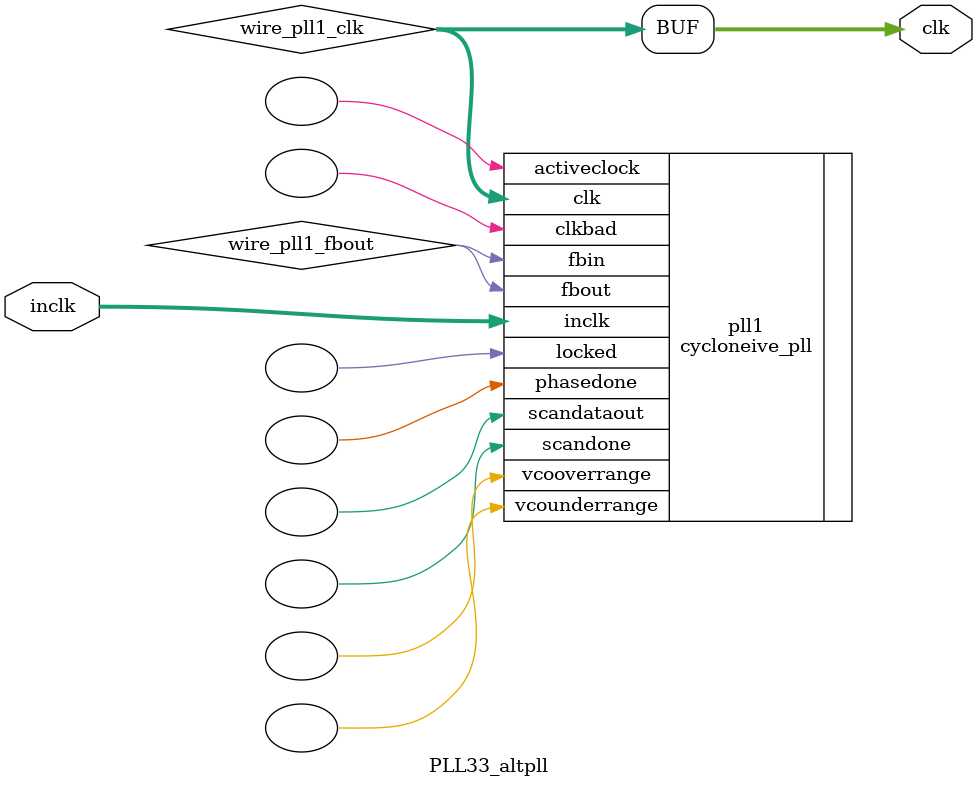
<source format=v>






//synthesis_resources = cycloneive_pll 1 
//synopsys translate_off
`timescale 1 ps / 1 ps
//synopsys translate_on
module  PLL33_altpll
	( 
	clk,
	inclk) /* synthesis synthesis_clearbox=1 */;
	output   [4:0]  clk;
	input   [1:0]  inclk;
`ifndef ALTERA_RESERVED_QIS
// synopsys translate_off
`endif
	tri0   [1:0]  inclk;
`ifndef ALTERA_RESERVED_QIS
// synopsys translate_on
`endif

	wire  [4:0]   wire_pll1_clk;
	wire  wire_pll1_fbout;

	cycloneive_pll   pll1
	( 
	.activeclock(),
	.clk(wire_pll1_clk),
	.clkbad(),
	.fbin(wire_pll1_fbout),
	.fbout(wire_pll1_fbout),
	.inclk(inclk),
	.locked(),
	.phasedone(),
	.scandataout(),
	.scandone(),
	.vcooverrange(),
	.vcounderrange()
	`ifndef FORMAL_VERIFICATION
	// synopsys translate_off
	`endif
	,
	.areset(1'b0),
	.clkswitch(1'b0),
	.configupdate(1'b0),
	.pfdena(1'b1),
	.phasecounterselect({3{1'b0}}),
	.phasestep(1'b0),
	.phaseupdown(1'b0),
	.scanclk(1'b0),
	.scanclkena(1'b1),
	.scandata(1'b0)
	`ifndef FORMAL_VERIFICATION
	// synopsys translate_on
	`endif
	);
	defparam
		pll1.bandwidth_type = "auto",
		pll1.clk0_divide_by = 50000000,
		pll1.clk0_duty_cycle = 50,
		pll1.clk0_multiply_by = 33299999,
		pll1.clk0_phase_shift = "0",
		pll1.compensate_clock = "clk0",
		pll1.inclk0_input_frequency = 20000,
		pll1.operation_mode = "normal",
		pll1.pll_type = "auto",
		pll1.lpm_type = "cycloneive_pll";
	assign
		clk = {wire_pll1_clk[4:0]};
endmodule //PLL33_altpll
//VALID FILE

</source>
